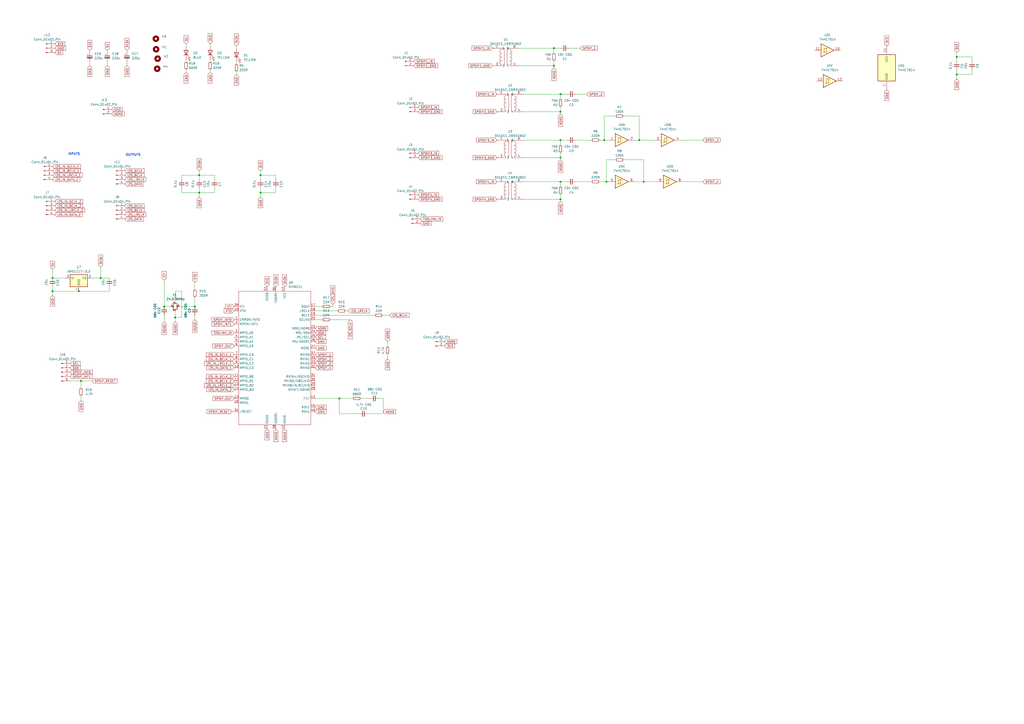
<source format=kicad_sch>
(kicad_sch (version 20231120) (generator "eeschema") (generator_version "8.0")
  (paper "A2")
  (junction (at 351.79 105.41))
  (junction (at 325.12 54.61))
  (junction (at 45.72 168.91))
  (junction (at 370.84 81.28))
  (junction (at 321.31 27.94))
  (junction (at 113.03 177.8))
  (junction (at 95.25 177.8))
  (junction (at 101.6 184.15))
  (junction (at 554.99 33.02))
  (junction (at 325.12 81.28))
  (junction (at 325.12 64.77))
  (junction (at 115.57 111.76))
  (junction (at 58.42 161.29))
  (junction (at 151.13 101.6))
  (junction (at 30.48 161.29))
  (junction (at 321.31 38.1))
  (junction (at 151.13 111.76))
  (junction (at 325.12 105.41))
  (junction (at 196.85 231.14))
  (junction (at 325.12 91.44))
  (junction (at 46.99 220.98))
  (junction (at 30.48 168.91))
  (junction (at 373.38 105.41))
  (junction (at 325.12 115.57))
  (junction (at 554.99 43.18))
  (junction (at 115.57 101.6))
  (junction (at 350.52 81.28))
  (wire (pts (xy 160.02 104.14) (xy 160.02 101.6)))
  (wire (pts (xy 351.79 92.71) (xy 351.79 105.41)))
  (wire (pts (xy 325.12 83.82) (xy 325.12 81.28)))
  (wire (pts (xy 30.48 168.91) (xy 30.48 171.45)))
  (wire (pts (xy 370.84 67.31) (xy 370.84 81.28)))
  (wire (pts (xy 46.99 232.41) (xy 46.99 229.87)))
  (wire (pts (xy 373.38 92.71) (xy 373.38 105.41)))
  (wire (pts (xy 325.12 113.03) (xy 325.12 115.57)))
  (wire (pts (xy 219.71 231.14) (xy 222.25 231.14)))
  (wire (pts (xy 107.95 40.64) (xy 107.95 41.91)))
  (wire (pts (xy 121.92 26.67) (xy 121.92 25.4)))
  (wire (pts (xy 73.66 29.21) (xy 73.66 30.48)))
  (wire (pts (xy 325.12 115.57) (xy 325.12 116.84)))
  (wire (pts (xy 325.12 88.9) (xy 325.12 91.44)))
  (wire (pts (xy 321.31 30.48) (xy 321.31 27.94)))
  (wire (pts (xy 396.24 105.41) (xy 407.67 105.41)))
  (wire (pts (xy 373.38 105.41) (xy 368.3 105.41)))
  (wire (pts (xy 303.53 91.44) (xy 325.12 91.44)))
  (wire (pts (xy 361.95 92.71) (xy 373.38 92.71)))
  (wire (pts (xy 351.79 105.41) (xy 347.98 105.41)))
  (wire (pts (xy 95.25 186.69) (xy 95.25 182.88)))
  (wire (pts (xy 105.41 101.6) (xy 105.41 104.14)))
  (wire (pts (xy 73.66 38.1) (xy 73.66 35.56)))
  (wire (pts (xy 52.07 29.21) (xy 52.07 30.48)))
  (wire (pts (xy 101.6 168.91) (xy 105.41 168.91)))
  (wire (pts (xy 196.85 231.14) (xy 182.88 231.14)))
  (wire (pts (xy 336.55 27.94) (xy 330.2 27.94)))
  (wire (pts (xy 394.97 81.28) (xy 407.67 81.28)))
  (wire (pts (xy 101.6 175.26) (xy 101.6 168.91)))
  (wire (pts (xy 58.42 161.29) (xy 63.5 161.29)))
  (wire (pts (xy 137.16 27.94) (xy 137.16 26.67)))
  (wire (pts (xy 328.93 54.61) (xy 325.12 54.61)))
  (wire (pts (xy 300.99 38.1) (xy 321.31 38.1)))
  (wire (pts (xy 370.84 81.28) (xy 368.3 81.28)))
  (wire (pts (xy 105.41 168.91) (xy 105.41 184.15)))
  (wire (pts (xy 151.13 104.14) (xy 151.13 101.6)))
  (wire (pts (xy 328.93 105.41) (xy 325.12 105.41)))
  (wire (pts (xy 151.13 101.6) (xy 151.13 99.06)))
  (wire (pts (xy 186.69 177.8) (xy 182.88 177.8)))
  (wire (pts (xy 563.88 43.18) (xy 554.99 43.18)))
  (wire (pts (xy 325.12 57.15) (xy 325.12 54.61)))
  (wire (pts (xy 115.57 101.6) (xy 115.57 99.06)))
  (wire (pts (xy 30.48 161.29) (xy 38.1 161.29)))
  (wire (pts (xy 325.12 27.94) (xy 321.31 27.94)))
  (wire (pts (xy 63.5 168.91) (xy 45.72 168.91)))
  (wire (pts (xy 115.57 111.76) (xy 115.57 109.22)))
  (wire (pts (xy 342.9 81.28) (xy 334.01 81.28)))
  (wire (pts (xy 350.52 67.31) (xy 350.52 81.28)))
  (wire (pts (xy 58.42 154.94) (xy 58.42 161.29)))
  (wire (pts (xy 46.99 220.98) (xy 40.64 220.98)))
  (wire (pts (xy 105.41 111.76) (xy 115.57 111.76)))
  (wire (pts (xy 115.57 101.6) (xy 105.41 101.6)))
  (wire (pts (xy 224.79 200.66) (xy 224.79 198.12)))
  (wire (pts (xy 353.06 105.41) (xy 351.79 105.41)))
  (wire (pts (xy 115.57 104.14) (xy 115.57 101.6)))
  (wire (pts (xy 160.02 101.6) (xy 151.13 101.6)))
  (wire (pts (xy 53.34 220.98) (xy 46.99 220.98)))
  (wire (pts (xy 196.85 231.14) (xy 196.85 240.03)))
  (wire (pts (xy 124.46 109.22) (xy 124.46 111.76)))
  (wire (pts (xy 353.06 81.28) (xy 350.52 81.28)))
  (wire (pts (xy 30.48 166.37) (xy 30.48 168.91)))
  (wire (pts (xy 62.23 38.1) (xy 62.23 35.56)))
  (wire (pts (xy 160.02 109.22) (xy 160.02 111.76)))
  (wire (pts (xy 356.87 92.71) (xy 351.79 92.71)))
  (wire (pts (xy 554.99 33.02) (xy 554.99 30.48)))
  (wire (pts (xy 554.99 35.56) (xy 554.99 33.02)))
  (wire (pts (xy 193.04 176.53) (xy 193.04 177.8)))
  (wire (pts (xy 361.95 67.31) (xy 370.84 67.31)))
  (wire (pts (xy 104.14 177.8) (xy 113.03 177.8)))
  (wire (pts (xy 222.25 231.14) (xy 222.25 240.03)))
  (wire (pts (xy 300.99 27.94) (xy 321.31 27.94)))
  (wire (pts (xy 340.36 54.61) (xy 334.01 54.61)))
  (wire (pts (xy 342.9 105.41) (xy 334.01 105.41)))
  (wire (pts (xy 182.88 182.88) (xy 217.17 182.88)))
  (wire (pts (xy 554.99 45.72) (xy 554.99 43.18)))
  (wire (pts (xy 563.88 33.02) (xy 554.99 33.02)))
  (wire (pts (xy 30.48 156.21) (xy 30.48 161.29)))
  (wire (pts (xy 222.25 182.88) (xy 226.06 182.88)))
  (wire (pts (xy 350.52 81.28) (xy 347.98 81.28)))
  (wire (pts (xy 53.34 161.29) (xy 58.42 161.29)))
  (wire (pts (xy 160.02 111.76) (xy 151.13 111.76)))
  (wire (pts (xy 204.47 231.14) (xy 196.85 231.14)))
  (wire (pts (xy 356.87 67.31) (xy 350.52 67.31)))
  (wire (pts (xy 554.99 43.18) (xy 554.99 40.64)))
  (wire (pts (xy 121.92 40.64) (xy 121.92 41.91)))
  (wire (pts (xy 101.6 184.15) (xy 105.41 184.15)))
  (wire (pts (xy 124.46 101.6) (xy 115.57 101.6)))
  (wire (pts (xy 328.93 81.28) (xy 325.12 81.28)))
  (wire (pts (xy 214.63 231.14) (xy 209.55 231.14)))
  (wire (pts (xy 95.25 162.56) (xy 95.25 177.8)))
  (wire (pts (xy 105.41 109.22) (xy 105.41 111.76)))
  (wire (pts (xy 115.57 114.3) (xy 115.57 111.76)))
  (wire (pts (xy 134.62 238.76) (xy 135.89 238.76)))
  (wire (pts (xy 321.31 38.1) (xy 321.31 39.37)))
  (wire (pts (xy 151.13 111.76) (xy 151.13 109.22)))
  (wire (pts (xy 95.25 177.8) (xy 99.06 177.8)))
  (wire (pts (xy 201.93 180.34) (xy 200.66 180.34)))
  (wire (pts (xy 124.46 111.76) (xy 115.57 111.76)))
  (wire (pts (xy 113.03 185.42) (xy 113.03 182.88)))
  (wire (pts (xy 137.16 36.83) (xy 137.16 35.56)))
  (wire (pts (xy 63.5 166.37) (xy 63.5 168.91)))
  (wire (pts (xy 107.95 26.67) (xy 107.95 25.4)))
  (wire (pts (xy 325.12 64.77) (xy 325.12 66.04)))
  (wire (pts (xy 303.53 115.57) (xy 325.12 115.57)))
  (wire (pts (xy 224.79 208.28) (xy 224.79 205.74)))
  (wire (pts (xy 113.03 167.64) (xy 113.03 163.83)))
  (wire (pts (xy 46.99 224.79) (xy 46.99 220.98)))
  (wire (pts (xy 186.69 185.42) (xy 182.88 185.42)))
  (wire (pts (xy 195.58 180.34) (xy 182.88 180.34)))
  (wire (pts (xy 137.16 41.91) (xy 137.16 43.18)))
  (wire (pts (xy 124.46 101.6) (xy 124.46 104.14)))
  (wire (pts (xy 325.12 62.23) (xy 325.12 64.77)))
  (wire (pts (xy 381 105.41) (xy 373.38 105.41)))
  (wire (pts (xy 101.6 186.69) (xy 101.6 184.15)))
  (wire (pts (xy 303.53 105.41) (xy 325.12 105.41)))
  (wire (pts (xy 52.07 38.1) (xy 52.07 35.56)))
  (wire (pts (xy 208.28 240.03) (xy 196.85 240.03)))
  (wire (pts (xy 325.12 91.44) (xy 325.12 92.71)))
  (wire (pts (xy 303.53 81.28) (xy 325.12 81.28)))
  (wire (pts (xy 121.92 35.56) (xy 121.92 34.29)))
  (wire (pts (xy 325.12 107.95) (xy 325.12 105.41)))
  (wire (pts (xy 222.25 240.03) (xy 213.36 240.03)))
  (wire (pts (xy 563.88 35.56) (xy 563.88 33.02)))
  (wire (pts (xy 563.88 40.64) (xy 563.88 43.18)))
  (wire (pts (xy 379.73 81.28) (xy 370.84 81.28)))
  (wire (pts (xy 30.48 168.91) (xy 45.72 168.91)))
  (wire (pts (xy 203.2 185.42) (xy 191.77 185.42)))
  (wire (pts (xy 303.53 64.77) (xy 325.12 64.77)))
  (wire (pts (xy 151.13 114.3) (xy 151.13 111.76)))
  (wire (pts (xy 303.53 54.61) (xy 325.12 54.61)))
  (wire (pts (xy 113.03 172.72) (xy 113.03 177.8)))
  (wire (pts (xy 101.6 184.15) (xy 101.6 180.34)))
  (wire (pts (xy 321.31 35.56) (xy 321.31 38.1)))
  (wire (pts (xy 62.23 29.21) (xy 62.23 30.48)))
  (wire (pts (xy 107.95 35.56) (xy 107.95 34.29)))
  (wire (pts (xy 193.04 177.8) (xy 191.77 177.8)))
  (text "OUTPUTS" (at 77.216 89.916 0) (effects (font (size 1.27 1.27) (thickness 0.254) (bold yes))))
  (text "INPUTS" (at 42.926 89.408 0) (effects (font (size 1.27 1.27) (thickness 0.254) (bold yes))))
  (global_label "I2S_IN_LRCLK_1" (shape input) (at 30.48 101.6 0) (property "Intersheetrefs" "${INTERSHEET_REFS}" (effects (hide yes))))
  (global_label "GND" (shape input) (at 62.23 38.1 270) (property "Intersheetrefs" "${INTERSHEET_REFS}" (effects (hide yes))))
  (global_label "SPDIF_OUT" (shape input) (at 135.89 231.14 180) (property "Intersheetrefs" "${INTERSHEET_REFS}" (effects (hide yes))))
  (global_label "SPDIF_OUT" (shape input) (at 135.89 200.66 180) (property "Intersheetrefs" "${INTERSHEET_REFS}" (effects (hide yes))))
  (global_label "I2S_IN_SCLK_1" (shape input) (at 30.48 96.52 0) (property "Intersheetrefs" "${INTERSHEET_REFS}" (effects (hide yes))))
  (global_label "I2S_IN_DATA_2" (shape input) (at 31.75 124.46 0) (property "Intersheetrefs" "${INTERSHEET_REFS}" (effects (hide yes))))
  (global_label "GND" (shape input) (at 52.07 38.1 270) (property "Intersheetrefs" "${INTERSHEET_REFS}" (effects (hide yes))))
  (global_label "SPDIF_INT1" (shape input) (at 135.89 187.96 180) (property "Intersheetrefs" "${INTERSHEET_REFS}" (effects (hide yes))))
  (global_label "I2S_BCLK" (shape input) (at 72.39 101.6 0) (property "Intersheetrefs" "${INTERSHEET_REFS}" (effects (hide yes))))
  (global_label "I2S_IN_DATA_1" (shape input) (at 135.89 213.36 180) (property "Intersheetrefs" "${INTERSHEET_REFS}" (effects (hide yes))))
  (global_label "SPDIF2_IN" (shape input) (at 288.29 54.61 180) (property "Intersheetrefs" "${INTERSHEET_REFS}" (effects (hide yes))))
  (global_label "TOSLINK_IN" (shape input) (at 243.84 127 0) (property "Intersheetrefs" "${INTERSHEET_REFS}" (effects (hide yes))))
  (global_label "ADR0" (shape input) (at 224.79 198.12 90) (property "Intersheetrefs" "${INTERSHEET_REFS}" (effects (hide yes))))
  (global_label "SPDIF1_IN" (shape input) (at 240.03 35.56 0) (property "Intersheetrefs" "${INTERSHEET_REFS}" (effects (hide yes))))
  (global_label "AGND" (shape input) (at 160.02 248.92 270) (property "Intersheetrefs" "${INTERSHEET_REFS}" (effects (hide yes))))
  (global_label "3V3A" (shape input) (at 115.57 99.06 90) (property "Intersheetrefs" "${INTERSHEET_REFS}" (effects (hide yes))))
  (global_label "I2S_IN_DATA_1" (shape input) (at 30.48 104.14 0) (property "Intersheetrefs" "${INTERSHEET_REFS}" (effects (hide yes))))
  (global_label "I2S_IN_DATA_2" (shape input) (at 135.89 226.06 180) (property "Intersheetrefs" "${INTERSHEET_REFS}" (effects (hide yes))))
  (global_label "AGND" (shape input) (at 325.12 92.71 270) (property "Intersheetrefs" "${INTERSHEET_REFS}" (effects (hide yes))))
  (global_label "GND" (shape input) (at 154.94 248.92 270) (property "Intersheetrefs" "${INTERSHEET_REFS}" (effects (hide yes))))
  (global_label "SDA" (shape input) (at 40.64 213.36 0) (property "Intersheetrefs" "${INTERSHEET_REFS}" (effects (hide yes))))
  (global_label "TOSLINK_IN" (shape input) (at 135.89 193.04 180) (property "Intersheetrefs" "${INTERSHEET_REFS}" (effects (hide yes))))
  (global_label "GND" (shape input) (at 554.99 45.72 270) (property "Intersheetrefs" "${INTERSHEET_REFS}" (effects (hide yes))))
  (global_label "SPDIF_INT1" (shape input) (at 40.64 218.44 0) (property "Intersheetrefs" "${INTERSHEET_REFS}" (effects (hide yes))))
  (global_label "SPDIF_1" (shape input) (at 336.55 27.94 0) (property "Intersheetrefs" "${INTERSHEET_REFS}" (effects (hide yes))))
  (global_label "SPDIF3_IN" (shape input) (at 242.57 88.9 0) (property "Intersheetrefs" "${INTERSHEET_REFS}" (effects (hide yes))))
  (global_label "GND" (shape input) (at 30.48 171.45 270) (property "Intersheetrefs" "${INTERSHEET_REFS}" (effects (hide yes))))
  (global_label "5V" (shape input) (at 62.23 29.21 90) (property "Intersheetrefs" "${INTERSHEET_REFS}" (effects (hide yes))))
  (global_label "XTI" (shape input) (at 95.25 162.56 90) (property "Intersheetrefs" "${INTERSHEET_REFS}" (effects (hide yes))))
  (global_label "I2S_IN_SCLK_2" (shape input) (at 31.75 116.84 0) (property "Intersheetrefs" "${INTERSHEET_REFS}" (effects (hide yes))))
  (global_label "AGND" (shape input) (at 101.6 186.69 270) (property "Intersheetrefs" "${INTERSHEET_REFS}" (effects (hide yes))))
  (global_label "SPDIF_INT0" (shape input) (at 40.64 215.9 0) (property "Intersheetrefs" "${INTERSHEET_REFS}" (effects (hide yes))))
  (global_label "I2S_BCLK" (shape input) (at 72.39 121.92 0) (property "Intersheetrefs" "${INTERSHEET_REFS}" (effects (hide yes))))
  (global_label "3V3" (shape input) (at 514.35 26.67 90) (property "Intersheetrefs" "${INTERSHEET_REFS}" (effects (hide yes))))
  (global_label "3V3" (shape input) (at 31.75 25.4 0) (property "Intersheetrefs" "${INTERSHEET_REFS}" (effects (hide yes))))
  (global_label "SPDIF3_GND" (shape input) (at 288.29 91.44 180) (property "Intersheetrefs" "${INTERSHEET_REFS}" (effects (hide yes))))
  (global_label "SCL" (shape input) (at 182.88 195.58 0) (property "Intersheetrefs" "${INTERSHEET_REFS}" (effects (hide yes))))
  (global_label "AGND" (shape input) (at 321.31 39.37 270) (property "Intersheetrefs" "${INTERSHEET_REFS}" (effects (hide yes))))
  (global_label "ADR0" (shape input) (at 182.88 190.5 0) (property "Intersheetrefs" "${INTERSHEET_REFS}" (effects (hide yes))))
  (global_label "AGND" (shape input) (at 325.12 116.84 270) (property "Intersheetrefs" "${INTERSHEET_REFS}" (effects (hide yes))))
  (global_label "GND" (shape input) (at 64.77 63.5 0) (property "Intersheetrefs" "${INTERSHEET_REFS}" (effects (hide yes))))
  (global_label "SPDIF1_GND" (shape input) (at 240.03 38.1 0) (property "Intersheetrefs" "${INTERSHEET_REFS}" (effects (hide yes))))
  (global_label "AGND" (shape input) (at 165.1 248.92 270) (property "Intersheetrefs" "${INTERSHEET_REFS}" (effects (hide yes))))
  (global_label "SPDIF_3" (shape input) (at 407.67 81.28 0) (property "Intersheetrefs" "${INTERSHEET_REFS}" (effects (hide yes))))
  (global_label "3V3A" (shape input) (at 73.66 29.21 90) (property "Intersheetrefs" "${INTERSHEET_REFS}" (effects (hide yes))))
  (global_label "GND" (shape input) (at 73.66 38.1 270) (property "Intersheetrefs" "${INTERSHEET_REFS}" (effects (hide yes))))
  (global_label "3V3" (shape input) (at 154.94 166.37 90) (property "Intersheetrefs" "${INTERSHEET_REFS}" (effects (hide yes))))
  (global_label "ADR0" (shape input) (at 257.81 198.12 0) (property "Intersheetrefs" "${INTERSHEET_REFS}" (effects (hide yes))))
  (global_label "SPDIF1_GND" (shape input) (at 285.75 38.1 180) (property "Intersheetrefs" "${INTERSHEET_REFS}" (effects (hide yes))))
  (global_label "AGND" (shape input) (at 64.77 66.04 0) (property "Intersheetrefs" "${INTERSHEET_REFS}" (effects (hide yes))))
  (global_label "XTO" (shape input) (at 135.89 180.34 180) (property "Intersheetrefs" "${INTERSHEET_REFS}" (effects (hide yes))))
  (global_label "AGND" (shape input) (at 222.25 238.76 0) (property "Intersheetrefs" "${INTERSHEET_REFS}" (effects (hide yes))))
  (global_label "3V3A" (shape input) (at 137.16 26.67 90) (property "Intersheetrefs" "${INTERSHEET_REFS}" (effects (hide yes))))
  (global_label "I2S_IN_SCLK_1" (shape input) (at 135.89 205.74 180) (property "Intersheetrefs" "${INTERSHEET_REFS}" (effects (hide yes))))
  (global_label "GND" (shape input) (at 107.95 41.91 270) (property "Intersheetrefs" "${INTERSHEET_REFS}" (effects (hide yes))))
  (global_label "I2S_LRCLK" (shape input) (at 72.39 124.46 0) (property "Intersheetrefs" "${INTERSHEET_REFS}" (effects (hide yes))))
  (global_label "SPDIF_3" (shape input) (at 182.88 210.82 0) (property "Intersheetrefs" "${INTERSHEET_REFS}" (effects (hide yes))))
  (global_label "SPDIF2_IN" (shape input) (at 242.57 62.23 0) (property "Intersheetrefs" "${INTERSHEET_REFS}" (effects (hide yes))))
  (global_label "SPDIF_RESET" (shape input) (at 134.62 238.76 180) (property "Intersheetrefs" "${INTERSHEET_REFS}" (effects (hide yes))))
  (global_label "I2S_DATA" (shape input) (at 72.39 127 0) (property "Intersheetrefs" "${INTERSHEET_REFS}" (effects (hide yes))))
  (global_label "SPDIF4_IN" (shape input) (at 288.29 105.41 180) (property "Intersheetrefs" "${INTERSHEET_REFS}" (effects (hide yes))))
  (global_label "AGND" (shape input) (at 325.12 66.04 270) (property "Intersheetrefs" "${INTERSHEET_REFS}" (effects (hide yes))))
  (global_label "SPDIF3_GND" (shape input) (at 242.57 91.44 0) (property "Intersheetrefs" "${INTERSHEET_REFS}" (effects (hide yes))))
  (global_label "3V3" (shape input) (at 257.81 200.66 0) (property "Intersheetrefs" "${INTERSHEET_REFS}" (effects (hide yes))))
  (global_label "AGND" (shape input) (at 113.03 185.42 270) (property "Intersheetrefs" "${INTERSHEET_REFS}" (effects (hide yes))))
  (global_label "5V" (shape input) (at 30.48 156.21 90) (property "Intersheetrefs" "${INTERSHEET_REFS}" (effects (hide yes))))
  (global_label "GND" (shape input) (at 121.92 41.91 270) (property "Intersheetrefs" "${INTERSHEET_REFS}" (effects (hide yes))))
  (global_label "GND" (shape input) (at 31.75 27.94 0) (property "Intersheetrefs" "${INTERSHEET_REFS}" (effects (hide yes))))
  (global_label "I2S_SCLK" (shape input) (at 203.2 185.42 270) (property "Intersheetrefs" "${INTERSHEET_REFS}" (effects (hide yes))))
  (global_label "I2S_IN_LRCLK_1" (shape input) (at 135.89 210.82 180) (property "Intersheetrefs" "${INTERSHEET_REFS}" (effects (hide yes))))
  (global_label "I2S_IN_BCLK_2" (shape input) (at 135.89 220.98 180) (property "Intersheetrefs" "${INTERSHEET_REFS}" (effects (hide yes))))
  (global_label "GND" (shape input) (at 182.88 236.22 0) (property "Intersheetrefs" "${INTERSHEET_REFS}" (effects (hide yes))))
  (global_label "3V3" (shape input) (at 554.99 30.48 90) (property "Intersheetrefs" "${INTERSHEET_REFS}" (effects (hide yes))))
  (global_label "I2S_IN_BCLK_1" (shape input) (at 30.48 99.06 0) (property "Intersheetrefs" "${INTERSHEET_REFS}" (effects (hide yes))))
  (global_label "I2S_IN_BCLK_2" (shape input) (at 31.75 119.38 0) (property "Intersheetrefs" "${INTERSHEET_REFS}" (effects (hide yes))))
  (global_label "SDA" (shape input) (at 182.88 193.04 0) (property "Intersheetrefs" "${INTERSHEET_REFS}" (effects (hide yes))))
  (global_label "3V3A" (shape input) (at 165.1 166.37 90) (property "Intersheetrefs" "${INTERSHEET_REFS}" (effects (hide yes))))
  (global_label "I2S_LRCLK" (shape input) (at 201.93 180.34 0) (property "Intersheetrefs" "${INTERSHEET_REFS}" (effects (hide yes))))
  (global_label "GND" (shape input) (at 182.88 198.12 0) (property "Intersheetrefs" "${INTERSHEET_REFS}" (effects (hide yes))))
  (global_label "SPDIF2_GND" (shape input) (at 288.29 64.77 180) (property "Intersheetrefs" "${INTERSHEET_REFS}" (effects (hide yes))))
  (global_label "AGND" (shape input) (at 95.25 186.69 270) (property "Intersheetrefs" "${INTERSHEET_REFS}" (effects (hide yes))))
  (global_label "SPDIF2_GND" (shape input) (at 242.57 64.77 0) (property "Intersheetrefs" "${INTERSHEET_REFS}" (effects (hide yes))))
  (global_label "I2S_BCLK" (shape input) (at 226.06 182.88 0) (property "Intersheetrefs" "${INTERSHEET_REFS}" (effects (hide yes))))
  (global_label "GND" (shape input) (at 46.99 232.41 270) (property "Intersheetrefs" "${INTERSHEET_REFS}" (effects (hide yes))))
  (global_label "SPDIF4_GND" (shape input) (at 242.57 115.57 0) (property "Intersheetrefs" "${INTERSHEET_REFS}" (effects (hide yes))))
  (global_label "XTI" (shape input) (at 135.89 177.8 180) (property "Intersheetrefs" "${INTERSHEET_REFS}" (effects (hide yes))))
  (global_label "SPDIF_4" (shape input) (at 407.67 105.41 0) (property "Intersheetrefs" "${INTERSHEET_REFS}" (effects (hide yes))))
  (global_label "3V3A" (shape input) (at 58.42 154.94 90) (property "Intersheetrefs" "${INTERSHEET_REFS}" (effects (hide yes))))
  (global_label "I2S_LRCLK" (shape input) (at 72.39 104.14 0) (property "Intersheetrefs" "${INTERSHEET_REFS}" (effects (hide yes))))
  (global_label "3V3" (shape input) (at 121.92 25.4 90) (property "Intersheetrefs" "${INTERSHEET_REFS}" (effects (hide yes))))
  (global_label "GND" (shape input) (at 137.16 43.18 270) (property "Intersheetrefs" "${INTERSHEET_REFS}" (effects (hide yes))))
  (global_label "I2S_IN_SCLK_2" (shape input) (at 135.89 218.44 180) (property "Intersheetrefs" "${INTERSHEET_REFS}" (effects (hide yes))))
  (global_label "GND" (shape input) (at 182.88 238.76 0) (property "Intersheetrefs" "${INTERSHEET_REFS}" (effects (hide yes))))
  (global_label "GND" (shape input) (at 224.79 208.28 270) (property "Intersheetrefs" "${INTERSHEET_REFS}" (effects (hide yes))))
  (global_label "GND" (shape input) (at 182.88 201.93 0) (property "Intersheetrefs" "${INTERSHEET_REFS}" (effects (hide yes))))
  (global_label "3V3" (shape input) (at 151.13 99.06 90) (property "Intersheetrefs" "${INTERSHEET_REFS}" (effects (hide yes))))
  (global_label "I2S_IN_LRCLK_2" (shape input) (at 135.89 223.52 180) (property "Intersheetrefs" "${INTERSHEET_REFS}" (effects (hide yes))))
  (global_label "SPDIF_2" (shape input) (at 340.36 54.61 0) (property "Intersheetrefs" "${INTERSHEET_REFS}" (effects (hide yes))))
  (global_label "5V" (shape input) (at 31.75 30.48 0) (property "Intersheetrefs" "${INTERSHEET_REFS}" (effects (hide yes))))
  (global_label "I2S_DATA" (shape input) (at 72.39 106.68 0) (property "Intersheetrefs" "${INTERSHEET_REFS}" (effects (hide yes))))
  (global_label "SPDIF4_GND" (shape input) (at 288.29 115.57 180) (property "Intersheetrefs" "${INTERSHEET_REFS}" (effects (hide yes))))
  (global_label "SCL" (shape input) (at 40.64 210.82 0) (property "Intersheetrefs" "${INTERSHEET_REFS}" (effects (hide yes))))
  (global_label "GND" (shape input) (at 514.35 52.07 270) (property "Intersheetrefs" "${INTERSHEET_REFS}" (effects (hide yes))))
  (global_label "I2S_SCLK" (shape input) (at 72.39 99.06 0) (property "Intersheetrefs" "${INTERSHEET_REFS}" (effects (hide yes))))
  (global_label "GND" (shape input) (at 243.84 129.54 0) (property "Intersheetrefs" "${INTERSHEET_REFS}" (effects (hide yes))))
  (global_label "3V3" (shape input) (at 52.07 29.21 90) (property "Intersheetrefs" "${INTERSHEET_REFS}" (effects (hide yes))))
  (global_label "I2S_DATA" (shape input) (at 193.04 176.53 90) (property "Intersheetrefs" "${INTERSHEET_REFS}" (effects (hide yes))))
  (global_label "SPDIF3_IN" (shape input) (at 288.29 81.28 180) (property "Intersheetrefs" "${INTERSHEET_REFS}" (effects (hide yes))))
  (global_label "XTO" (shape input) (at 113.03 163.83 90) (property "Intersheetrefs" "${INTERSHEET_REFS}" (effects (hide yes))))
  (global_label "SPDIF_2" (shape input) (at 182.88 208.28 0) (property "Intersheetrefs" "${INTERSHEET_REFS}" (effects (hide yes))))
  (global_label "GND" (shape input) (at 151.13 114.3 270) (property "Intersheetrefs" "${INTERSHEET_REFS}" (effects (hide yes))))
  (global_label "GND" (shape input) (at 115.57 114.3 270) (property "Intersheetrefs" "${INTERSHEET_REFS}" (effects (hide yes))))
  (global_label "SPDIF_INT0" (shape input) (at 135.89 185.42 180) (property "Intersheetrefs" "${INTERSHEET_REFS}" (effects (hide yes))))
  (global_label "SPDIF_4" (shape input) (at 182.88 213.36 0) (property "Intersheetrefs" "${INTERSHEET_REFS}" (effects (hide yes))))
  (global_label "SPDIF1_IN" (shape input) (at 285.75 27.94 180) (property "Intersheetrefs" "${INTERSHEET_REFS}" (effects (hide yes))))
  (global_label "I2S_IN_BCLK_1" (shape input) (at 135.89 208.28 180) (property "Intersheetrefs" "${INTERSHEET_REFS}" (effects (hide yes))))
  (global_label "SPDIF_1" (shape input) (at 182.88 205.74 0) (property "Intersheetrefs" "${INTERSHEET_REFS}" (effects (hide yes))))
  (global_label "5V" (shape input) (at 107.95 25.4 90) (property "Intersheetrefs" "${INTERSHEET_REFS}" (effects (hide yes))))
  (global_label "I2S_SCLK" (shape input) (at 72.39 119.38 0) (property "Intersheetrefs" "${INTERSHEET_REFS}" (effects (hide yes))))
  (global_label "SPDIF_RESET" (shape input) (at 53.34 220.98 0) (property "Intersheetrefs" "${INTERSHEET_REFS}" (effects (hide yes))))
  (global_label "SPDIF4_IN" (shape input) (at 242.57 113.03 0) (property "Intersheetrefs" "${INTERSHEET_REFS}" (effects (hide yes))))
  (global_label "I2S_IN_LRCLK_2" (shape input) (at 31.75 121.92 0) (property "Intersheetrefs" "${INTERSHEET_REFS}" (effects (hide yes))))
  (global_label "3V3A" (shape input) (at 160.02 166.37 90) (property "Intersheetrefs" "${INTERSHEET_REFS}" (effects (hide yes))))
  (symbol (lib_id "Device:R_Small") (at 359.41 92.71 90) (unit 1)
    (property "Reference" "R8" (at 359.41 87.63 90))
    (property "Value" "100K" (at 359.41 90.17 90))
    (property "Footprint" "Resistor_SMD:R_0603_1608Metric_Pad0.98x0.95mm_HandSolder" (effects (hide yes)))
    (property "Description" "Resistor, small symbol" (effects (hide yes)))
    (property "Mouser" "71-CRCW0603-75-E3" (effects (hide yes)))
  )
  (symbol (lib_id "Connector:Conn_01x04_Pin") (at 26.67 119.38 0) (unit 1)
    (property "Reference" "J7" (at 27.305 111.76 0))
    (property "Value" "Conn_01x04_Pin" (at 27.305 114.3 0))
    (property "Footprint" "Connector_JST:JST_PH_B4B-PH-K_1x04_P2.00mm_Vertical" (effects (hide yes)))
    (property "Description" "Generic connector, single row, 01x04, script generated" (effects (hide yes)))
  )
  (symbol (lib_id "Connector:Conn_01x02_Pin") (at 252.73 198.12 0) (unit 1)
    (property "Reference" "J9" (at 253.365 193.04 0))
    (property "Value" "Conn_01x02_Pin" (at 253.365 195.58 0))
    (property "Footprint" "Connector_PinHeader_2.54mm:PinHeader_1x02_P2.54mm_Vertical" (effects (hide yes)))
    (property "Description" "Generic connector, single row, 01x02, script generated" (effects (hide yes)))
  )
  (symbol (lib_id "Regulator_Linear:AMS1117-3.3") (at 45.72 161.29 0) (unit 1)
    (property "Reference" "U7" (at 45.72 154.94 0))
    (property "Value" "AMS1117-3.3" (at 45.72 157.48 0))
    (property "Footprint" "Package_TO_SOT_SMD:SOT-223-3_TabPin2" (effects (hide yes)))
    (property "Datasheet" "http://www.advanced-monolithic.com/pdf/ds1117.pdf" (effects (hide yes)))
    (property "Description" "1A Low Dropout regulator, positive, 3.3V fixed output, SOT-223" (effects (hide yes)))
  )
  (symbol (lib_id "Device:C_Small") (at 105.41 106.68 180) (unit 1)
    (property "Reference" "C8" (at 108.458 106.807 90))
    (property "Value" "0.1u" (at 101.727 106.6737 90))
    (property "Footprint" "Capacitor_SMD:C_0805_2012Metric_Pad1.18x1.45mm_HandSolder" (effects (hide yes)))
    (property "Description" "Unpolarized capacitor, small symbol" (effects (hide yes)))
  )
  (symbol (lib_id "Device:C_Small") (at 217.17 231.14 270) (unit 1)
    (property "Reference" "C11" (at 217.297 228.092 90))
    (property "Value" "68n C0G" (at 217.424 225.806 90))
    (property "Footprint" "Capacitor_SMD:C_0603_1608Metric" (effects (hide yes)))
    (property "Description" "Unpolarized capacitor, small symbol" (effects (hide yes)))
  )
  (symbol (lib_id "Device:C_Small") (at 30.48 163.83 180) (unit 1)
    (property "Reference" "C20" (at 33.528 163.957 90))
    (property "Value" "10u" (at 26.797 163.8237 90))
    (property "Footprint" "Capacitor_SMD:C_1206_3216Metric_Pad1.33x1.80mm_HandSolder" (effects (hide yes)))
    (property "Description" "Unpolarized capacitor, small symbol" (effects (hide yes)))
  )
  (symbol (lib_id "easyeda2kicad:DA101C_C6931652") (at 295.91 110.49 0) (unit 1)
    (property "Reference" "U4" (at 295.9146 100.33 0))
    (property "Value" "DA101C_C6931652" (at 295.9146 102.87 0))
    (property "Footprint" "easyeda2kicad:XFMR-TH_4P-L9.5-W9.0-P5.08-LS10.2_C9900096976" (effects (hide yes)))
    (property "LCSC Part" "C6931652" (effects (hide yes)))
  )
  (symbol (lib_id "Device:R_Small") (at 345.44 81.28 90) (unit 1)
    (property "Reference" "R6" (at 345.44 76.2 90))
    (property "Value" "220R" (at 345.44 78.74 90))
    (property "Footprint" "Resistor_SMD:R_0603_1608Metric_Pad0.98x0.95mm_HandSolder" (effects (hide yes)))
    (property "Description" "Resistor, small symbol" (effects (hide yes)))
    (property "Mouser" "71-CRCW0603-75-E3" (effects (hide yes)))
  )
  (symbol (lib_id "Device:R_Small") (at 224.79 203.2 180) (unit 1)
    (property "Reference" "R12" (at 219.71 203.2 90))
    (property "Value" "4.7K" (at 222.25 203.2 90))
    (property "Footprint" "Resistor_SMD:R_0603_1608Metric" (effects (hide yes)))
    (property "Description" "Resistor, small symbol" (effects (hide yes)))
  )
  (symbol (lib_id "Custom:DIX9211") (at 160.02 248.92 0) (unit 1)
    (property "Reference" "U6" (at 167.2941 163.83 0) (effects (justify left)))
    (property "Value" "DIX9211" (at 167.2941 166.37 0) (effects (justify left)))
    (property "Footprint" "Package_QFP:LQFP-48_7x7mm_P0.5mm" (effects (hide yes)))
    (property "Mouser" "595-DIX9211PTR" (effects (hide yes)))
  )
  (symbol (lib_id "Device:R_Small") (at 113.03 170.18 180) (unit 1)
    (property "Reference" "R10" (at 115.57 168.9099 0) (effects (justify right)))
    (property "Value" "200R" (at 115.57 171.4499 0) (effects (justify right)))
    (property "Footprint" "Resistor_SMD:R_0603_1608Metric" (effects (hide yes)))
    (property "Description" "Resistor, small symbol" (effects (hide yes)))
  )
  (symbol (lib_id "Connector:Conn_01x04_Pin") (at 67.31 101.6 0) (unit 1)
    (property "Reference" "J11" (at 67.945 93.98 0))
    (property "Value" "Conn_01x04_Pin" (at 67.945 96.52 0))
    (property "Footprint" "Connector_JST:JST_PH_B4B-PH-K_1x04_P2.00mm_Vertical" (effects (hide yes)))
    (property "Description" "Generic connector, single row, 01x04, script generated" (effects (hide yes)))
  )
  (symbol (lib_id "Device:LED") (at 137.16 31.75 90) (unit 1)
    (property "Reference" "D1" (at 141.224 32.0675 90) (effects (justify right)))
    (property "Value" "YELLOW" (at 141.224 34.6075 90) (effects (justify right)))
    (property "Footprint" "LED_SMD:LED_0603_1608Metric" (effects (hide yes)))
  )
  (symbol (lib_id "Device:R_Small") (at 325.12 59.69 0) (unit 1)
    (property "Reference" "R2" (at 323.596 60.96 0) (effects (justify right)))
    (property "Value" "75R" (at 323.596 58.42 0) (effects (justify right)))
    (property "Footprint" "Resistor_SMD:R_0603_1608Metric_Pad0.98x0.95mm_HandSolder" (effects (hide yes)))
    (property "Description" "Resistor, small symbol" (effects (hide yes)))
    (property "Mouser" "71-CRCW0603-75-E3" (effects (hide yes)))
  )
  (symbol (lib_id "easyeda2kicad:DA101C_C6931652") (at 295.91 59.69 0) (unit 1)
    (property "Reference" "U2" (at 295.9146 49.53 0))
    (property "Value" "DA101C_C6931652" (at 295.9146 52.07 0))
    (property "Footprint" "easyeda2kicad:XFMR-TH_4P-L9.5-W9.0-P5.08-LS10.2_C9900096976" (effects (hide yes)))
    (property "LCSC Part" "C6931652" (effects (hide yes)))
  )
  (symbol (lib_id "Device:C_Small") (at 554.99 38.1 180) (unit 1)
    (property "Reference" "C5" (at 558.038 38.227 90))
    (property "Value" "0.1u" (at 551.307 38.0937 90))
    (property "Footprint" "Capacitor_SMD:C_0805_2012Metric_Pad1.18x1.45mm_HandSolder" (effects (hide yes)))
    (property "Description" "Unpolarized capacitor, small symbol" (effects (hide yes)))
  )
  (symbol (lib_id "Mechanical:MountingHole") (at 90.424 22.479 0) (unit 1)
    (property "Reference" "H3" (at 93.853 21.209 0) (effects (justify left)))
    (property "Value" "MountingHole" (effects (hide yes)))
    (property "Footprint" "MountingHole:MountingHole_3.2mm_M3_DIN965_Pad_TopOnly" (effects (hide yes)))
    (property "Description" "Mounting Hole without connection" (effects (hide yes)))
  )
  (symbol (lib_id "Device:C_Small") (at 124.46 106.68 180) (unit 1)
    (property "Reference" "C7" (at 127.508 106.807 90))
    (property "Value" "10u" (at 120.777 106.6737 90))
    (property "Footprint" "Capacitor_SMD:C_1206_3216Metric_Pad1.33x1.80mm_HandSolder" (effects (hide yes)))
    (property "Description" "Unpolarized capacitor, small symbol" (effects (hide yes)))
  )
  (symbol (lib_id "Device:R_Small") (at 321.31 33.02 0) (unit 1)
    (property "Reference" "R1" (at 319.786 34.29 0) (effects (justify right)))
    (property "Value" "75R" (at 319.786 31.75 0) (effects (justify right)))
    (property "Footprint" "Resistor_SMD:R_0603_1608Metric_Pad0.98x0.95mm_HandSolder" (effects (hide yes)))
    (property "Description" "Resistor, small symbol" (effects (hide yes)))
    (property "Mouser" "71-CRCW0603-75-E3" (effects (hide yes)))
  )
  (symbol (lib_id "Device:C_Small") (at 151.13 106.68 180) (unit 1)
    (property "Reference" "C14" (at 154.178 106.807 90))
    (property "Value" "0.1u" (at 147.447 106.6737 90))
    (property "Footprint" "Capacitor_SMD:C_0805_2012Metric_Pad1.18x1.45mm_HandSolder" (effects (hide yes)))
    (property "Description" "Unpolarized capacitor, small symbol" (effects (hide yes)))
  )
  (symbol (lib_id "Device:R_Small") (at 189.23 185.42 90) (unit 1)
    (property "Reference" "R13" (at 189.23 180.34 90))
    (property "Value" "22R" (at 189.23 182.88 90))
    (property "Footprint" "Resistor_SMD:R_0603_1608Metric" (effects (hide yes)))
    (property "Description" "Resistor, small symbol" (effects (hide yes)))
  )
  (symbol (lib_id "Device:Crystal_GND24_Small") (at 101.6 177.8 0) (unit 1)
    (property "Reference" "Y1" (at 101.346 171.196 0))
    (property "Value" "24.576MHz" (at 101.854 173.482 0))
    (property "Footprint" "Crystal:Crystal_SMD_SeikoEpson_FA238-4Pin_3.2x2.5mm" (effects (hide yes)))
    (property "Description" "Four pin crystal, GND on pins 2 and 4, small symbol" (effects (hide yes)))
  )
  (symbol (lib_id "Device:R_Small") (at 121.92 38.1 180) (unit 1)
    (property "Reference" "R19" (at 123.444 36.83 0) (effects (justify right)))
    (property "Value" "325R" (at 123.444 39.37 0) (effects (justify right)))
    (property "Footprint" "Resistor_SMD:R_0603_1608Metric_Pad0.98x0.95mm_HandSolder" (effects (hide yes)))
  )
  (symbol (lib_id "Mechanical:MountingHole") (at 91.186 39.878 0) (unit 1)
    (property "Reference" "H4" (at 94.615 38.608 0) (effects (justify left)))
    (property "Value" "MountingHole" (effects (hide yes)))
    (property "Footprint" "MountingHole:MountingHole_3.2mm_M3_DIN965_Pad_TopOnly" (effects (hide yes)))
    (property "Description" "Mounting Hole without connection" (effects (hide yes)))
  )
  (symbol (lib_id "74xx:74HC7014") (at 360.68 81.28 0) (unit 1)
    (property "Reference" "U5" (at 360.68 72.39 0))
    (property "Value" "74HC7014" (at 360.68 74.93 0))
    (property "Footprint" "Package_SO:TSSOP-14_4.4x5mm_P0.65mm" (effects (hide yes)))
    (property "Datasheet" "https://assets.nexperia.com/documents/data-sheet/74HC7014.pdf" (effects (hide yes)))
    (property "Description" "Hex non-inverting buffer with precision Schmitt Trigger inputs, SOIC-14" (effects (hide yes)))
  )
  (symbol (lib_id "Device:R_Small") (at 207.01 231.14 90) (unit 1)
    (property "Reference" "R11" (at 207.01 226.06 90))
    (property "Value" "680R" (at 207.01 228.6 90))
    (property "Footprint" "Resistor_SMD:R_0603_1608Metric" (effects (hide yes)))
    (property "Description" "Resistor, small symbol" (effects (hide yes)))
  )
  (symbol (lib_id "Device:C_Polarized_Small") (at 73.66 33.02 0) (unit 1)
    (property "Reference" "C17" (at 76.327 31.2039 0) (effects (justify left)))
    (property "Value" "220u" (at 76.327 33.7439 0) (effects (justify left)))
    (property "Footprint" "Capacitor_THT:CP_Radial_D6.3mm_P2.50mm" (effects (hide yes)))
    (property "Description" "Polarized capacitor, small symbol" (effects (hide yes)))
  )
  (symbol (lib_id "74xx:74HC7014") (at 388.62 105.41 0) (unit 4)
    (property "Reference" "U5" (at 388.62 96.52 0))
    (property "Value" "74HC7014" (at 388.62 99.06 0))
    (property "Footprint" "Package_SO:TSSOP-14_4.4x5mm_P0.65mm" (effects (hide yes)))
    (property "Datasheet" "https://assets.nexperia.com/documents/data-sheet/74HC7014.pdf" (effects (hide yes)))
    (property "Description" "Hex non-inverting buffer with precision Schmitt Trigger inputs, SOIC-14" (effects (hide yes)))
  )
  (symbol (lib_id "Device:R_Small") (at 137.16 39.37 180) (unit 1)
    (property "Reference" "R5" (at 138.684 38.1 0) (effects (justify right)))
    (property "Value" "325R" (at 138.684 40.64 0) (effects (justify right)))
    (property "Footprint" "Resistor_SMD:R_0603_1608Metric_Pad0.98x0.95mm_HandSolder" (effects (hide yes)))
  )
  (symbol (lib_id "Device:C_Small") (at 115.57 106.68 180) (unit 1)
    (property "Reference" "C13" (at 118.618 106.807 90))
    (property "Value" "0.1u" (at 111.887 106.6737 90))
    (property "Footprint" "Capacitor_SMD:C_0805_2012Metric_Pad1.18x1.45mm_HandSolder" (effects (hide yes)))
    (property "Description" "Unpolarized capacitor, small symbol" (effects (hide yes)))
  )
  (symbol (lib_id "Device:R_Small") (at 198.12 180.34 90) (unit 1)
    (property "Reference" "R15" (at 198.12 175.26 90))
    (property "Value" "22R" (at 198.12 177.8 90))
    (property "Footprint" "Resistor_SMD:R_0603_1608Metric" (effects (hide yes)))
    (property "Description" "Resistor, small symbol" (effects (hide yes)))
  )
  (symbol (lib_id "74xx:74HC7014") (at 360.68 105.41 0) (unit 3)
    (property "Reference" "U5" (at 360.68 96.52 0))
    (property "Value" "74HC7014" (at 360.68 99.06 0))
    (property "Footprint" "Package_SO:TSSOP-14_4.4x5mm_P0.65mm" (effects (hide yes)))
    (property "Datasheet" "https://assets.nexperia.com/documents/data-sheet/74HC7014.pdf" (effects (hide yes)))
    (property "Description" "Hex non-inverting buffer with precision Schmitt Trigger inputs, SOIC-14" (effects (hide yes)))
  )
  (symbol (lib_id "Connector:Conn_01x02_Pin") (at 237.49 113.03 0) (unit 1)
    (property "Reference" "J4" (at 238.125 108.204 0))
    (property "Value" "Conn_01x02_Pin" (at 238.125 110.744 0))
    (property "Footprint" "Connector_JST:JST_XH_B2B-XH-A_1x02_P2.50mm_Vertical" (effects (hide yes)))
    (property "Description" "Generic connector, single row, 01x02, script generated" (effects (hide yes)))
  )
  (symbol (lib_id "Mechanical:MountingHole") (at 90.551 28.575 0) (unit 1)
    (property "Reference" "H1" (at 93.98 27.305 0) (effects (justify left)))
    (property "Value" "MountingHole" (effects (hide yes)))
    (property "Footprint" "MountingHole:MountingHole_3.2mm_M3_DIN965_Pad_TopOnly" (effects (hide yes)))
    (property "Description" "Mounting Hole without connection" (effects (hide yes)))
  )
  (symbol (lib_id "Device:C_Polarized_Small") (at 52.07 33.02 0) (unit 1)
    (property "Reference" "C19" (at 54.737 31.2039 0) (effects (justify left)))
    (property "Value" "220u" (at 54.737 33.7439 0) (effects (justify left)))
    (property "Footprint" "Capacitor_THT:CP_Radial_D6.3mm_P2.50mm" (effects (hide yes)))
    (property "Description" "Polarized capacitor, small symbol" (effects (hide yes)))
  )
  (symbol (lib_id "Device:C_Small") (at 113.03 180.34 0) (unit 1)
    (property "Reference" "C9" (at 109.982 180.213 90))
    (property "Value" "68n C0G" (at 107.696 180.086 90))
    (property "Footprint" "Capacitor_SMD:C_0603_1608Metric" (effects (hide yes)))
    (property "Description" "Unpolarized capacitor, small symbol" (effects (hide yes)))
  )
  (symbol (lib_id "74xx:74HC7014") (at 481.33 46.99 0) (unit 6)
    (property "Reference" "U5" (at 481.33 38.1 0))
    (property "Value" "74HC7014" (at 481.33 40.64 0))
    (property "Footprint" "Package_SO:TSSOP-14_4.4x5mm_P0.65mm" (effects (hide yes)))
    (property "Datasheet" "https://assets.nexperia.com/documents/data-sheet/74HC7014.pdf" (effects (hide yes)))
    (property "Description" "Hex non-inverting buffer with precision Schmitt Trigger inputs, SOIC-14" (effects (hide yes)))
  )
  (symbol (lib_id "Connector:Conn_01x02_Pin") (at 59.69 63.5 0) (unit 1)
    (property "Reference" "J13" (at 60.325 58.039 0))
    (property "Value" "Conn_01x02_Pin" (at 60.325 60.579 0))
    (property "Footprint" "Connector_PinHeader_2.54mm:PinHeader_1x02_P2.54mm_Vertical" (effects (hide yes)))
    (property "Description" "Generic connector, single row, 01x02, script generated" (effects (hide yes)))
  )
  (symbol (lib_id "Device:C_Small") (at 563.88 38.1 180) (unit 1)
    (property "Reference" "C6" (at 566.928 38.227 90))
    (property "Value" "10u" (at 560.197 38.0937 90))
    (property "Footprint" "Capacitor_SMD:C_1206_3216Metric_Pad1.33x1.80mm_HandSolder" (effects (hide yes)))
    (property "Description" "Unpolarized capacitor, small symbol" (effects (hide yes)))
  )
  (symbol (lib_id "Connector:Conn_01x02_Pin") (at 238.76 127 0) (unit 1)
    (property "Reference" "J5" (at 239.395 122.174 0))
    (property "Value" "Conn_01x02_Pin" (at 239.395 124.714 0))
    (property "Footprint" "Connector_JST:JST_XH_B2B-XH-A_1x02_P2.50mm_Vertical" (effects (hide yes)))
    (property "Description" "Generic connector, single row, 01x02, script generated" (effects (hide yes)))
  )
  (symbol (lib_id "Connector:Conn_01x02_Pin") (at 237.49 62.23 0) (unit 1)
    (property "Reference" "J2" (at 238.125 57.404 0))
    (property "Value" "Conn_01x02_Pin" (at 238.125 59.944 0))
    (property "Footprint" "Connector_JST:JST_XH_B2B-XH-A_1x02_P2.50mm_Vertical" (effects (hide yes)))
    (property "Description" "Generic connector, single row, 01x02, script generated" (effects (hide yes)))
  )
  (symbol (lib_id "Device:R_Small") (at 46.99 227.33 180) (unit 1)
    (property "Reference" "R16" (at 49.53 226.0599 0) (effects (justify right)))
    (property "Value" "4.7K" (at 49.53 228.5999 0) (effects (justify right)))
    (property "Footprint" "Resistor_SMD:R_0603_1608Metric" (effects (hide yes)))
    (property "Description" "Resistor, small symbol" (effects (hide yes)))
  )
  (symbol (lib_id "Connector:Conn_01x02_Pin") (at 234.95 35.56 0) (unit 1)
    (property "Reference" "J1" (at 235.585 30.734 0))
    (property "Value" "Conn_01x02_Pin" (at 235.585 33.274 0))
    (property "Footprint" "Connector_JST:JST_XH_B2B-XH-A_1x02_P2.50mm_Vertical" (effects (hide yes)))
    (property "Description" "Generic connector, single row, 01x02, script generated" (effects (hide yes)))
  )
  (symbol (lib_id "Device:R_Small") (at 345.44 105.41 90) (unit 1)
    (property "Reference" "R9" (at 345.44 100.33 90))
    (property "Value" "220R" (at 345.44 102.87 90))
    (property "Footprint" "Resistor_SMD:R_0603_1608Metric_Pad0.98x0.95mm_HandSolder" (effects (hide yes)))
    (property "Description" "Resistor, small symbol" (effects (hide yes)))
    (property "Mouser" "71-CRCW0603-75-E3" (effects (hide yes)))
  )
  (symbol (lib_id "Device:C_Polarized_Small") (at 62.23 33.02 0) (unit 1)
    (property "Reference" "C18" (at 64.897 31.2039 0) (effects (justify left)))
    (property "Value" "220u" (at 64.897 33.7439 0) (effects (justify left)))
    (property "Footprint" "Capacitor_THT:CP_Radial_D6.3mm_P2.50mm" (effects (hide yes)))
    (property "Description" "Polarized capacitor, small symbol" (effects (hide yes)))
  )
  (symbol (lib_id "Device:R_Small") (at 107.95 38.1 180) (unit 1)
    (property "Reference" "R18" (at 109.474 36.83 0) (effects (justify right)))
    (property "Value" "500R" (at 109.474 39.37 0) (effects (justify right)))
    (property "Footprint" "Resistor_SMD:R_0603_1608Metric_Pad0.98x0.95mm_HandSolder" (effects (hide yes)))
  )
  (symbol (lib_id "Connector:Conn_01x03_Pin") (at 26.67 27.94 0) (unit 1)
    (property "Reference" "J12" (at 27.305 20.32 0))
    (property "Value" "Conn_01x03_Pin" (at 27.305 22.86 0))
    (property "Footprint" "Connector_JST:JST_PH_B3B-PH-K_1x03_P2.00mm_Vertical" (effects (hide yes)))
    (property "Description" "Generic connector, single row, 01x03, script generated" (effects (hide yes)))
  )
  (symbol (lib_id "Device:C_Small") (at 63.5 163.83 180) (unit 1)
    (property "Reference" "C16" (at 66.548 163.957 90))
    (property "Value" "10u" (at 59.817 163.8237 90))
    (property "Footprint" "Capacitor_SMD:C_1206_3216Metric_Pad1.33x1.80mm_HandSolder" (effects (hide yes)))
    (property "Description" "Unpolarized capacitor, small symbol" (effects (hide yes)))
  )
  (symbol (lib_id "Connector:Conn_01x02_Pin") (at 237.49 88.9 0) (unit 1)
    (property "Reference" "J3" (at 238.125 84.074 0))
    (property "Value" "Conn_01x02_Pin" (at 238.125 86.614 0))
    (property "Footprint" "Connector_JST:JST_XH_B2B-XH-A_1x02_P2.50mm_Vertical" (effects (hide yes)))
    (property "Description" "Generic connector, single row, 01x02, script generated" (effects (hide yes)))
  )
  (symbol (lib_id "74xx:74HC7014") (at 387.35 81.28 0) (unit 2)
    (property "Reference" "U5" (at 387.35 72.39 0))
    (property "Value" "74HC7014" (at 387.35 74.93 0))
    (property "Footprint" "Package_SO:TSSOP-14_4.4x5mm_P0.65mm" (effects (hide yes)))
    (property "Datasheet" "https://assets.nexperia.com/documents/data-sheet/74HC7014.pdf" (effects (hide yes)))
    (property "Description" "Hex non-inverting buffer with precision Schmitt Trigger inputs, SOIC-14" (effects (hide yes)))
  )
  (symbol (lib_id "Connector:Conn_01x04_Pin") (at 67.31 121.92 0) (unit 1)
    (property "Reference" "J8" (at 67.945 114.3 0))
    (property "Value" "Conn_01x04_Pin" (at 67.945 116.84 0))
    (property "Footprint" "Connector_PinHeader_2.54mm:PinHeader_1x04_P2.54mm_Vertical" (effects (hide yes)))
    (property "Description" "Generic connector, single row, 01x04, script generated" (effects (hide yes)))
  )
  (symbol (lib_id "Device:C_Small") (at 331.47 81.28 270) (unit 1)
    (property "Reference" "C3" (at 331.4637 87.503 90))
    (property "Value" "10n C0G" (at 331.4637 84.963 90))
    (property "Footprint" "Capacitor_SMD:C_0805_2012Metric_Pad1.18x1.45mm_HandSolder" (effects (hide yes)))
    (property "Description" "Unpolarized capacitor, small symbol" (effects (hide yes)))
    (property "Mouser" "791-0805N103G250CT" (effects (hide yes)))
  )
  (symbol (lib_id "easyeda2kicad:DA101C_C6931652") (at 293.37 33.02 0) (unit 1)
    (property "Reference" "U1" (at 293.3746 22.86 0))
    (property "Value" "DA101C_C6931652" (at 293.3746 25.4 0))
    (property "Footprint" "easyeda2kicad:XFMR-TH_4P-L9.5-W9.0-P5.08-LS10.2_C9900096976" (effects (hide yes)))
    (property "LCSC Part" "C6931652" (effects (hide yes)))
  )
  (symbol (lib_id "Device:LED") (at 121.92 30.48 90) (unit 1)
    (property "Reference" "D3" (at 125.984 30.7975 90) (effects (justify right)))
    (property "Value" "YELLOW" (at 125.984 33.3375 90) (effects (justify right)))
    (property "Footprint" "LED_SMD:LED_0603_1608Metric" (effects (hide yes)))
  )
  (symbol (lib_id "Device:R_Small") (at 189.23 177.8 90) (unit 1)
    (property "Reference" "R17" (at 189.23 172.72 90))
    (property "Value" "22R" (at 189.23 175.26 90))
    (property "Footprint" "Resistor_SMD:R_0603_1608Metric" (effects (hide yes)))
    (property "Description" "Resistor, small symbol" (effects (hide yes)))
  )
  (symbol (lib_id "Connector:Conn_01x05_Pin") (at 35.56 215.9 0) (unit 1)
    (property "Reference" "J10" (at 36.195 205.74 0))
    (property "Value" "Conn_01x05_Pin" (at 36.195 208.28 0))
    (property "Footprint" "Connector_JST:JST_PH_B5B-PH-K_1x05_P2.00mm_Vertical" (effects (hide yes)))
    (property "Description" "Generic connector, single row, 01x05, script generated" (effects (hide yes)))
  )
  (symbol (lib_id "Connector:Conn_01x04_Pin") (at 25.4 99.06 0) (unit 1)
    (property "Reference" "J6" (at 26.035 91.44 0))
    (property "Value" "Conn_01x04_Pin" (at 26.035 93.98 0))
    (property "Footprint" "Connector_JST:JST_PH_B4B-PH-K_1x04_P2.00mm_Vertical" (effects (hide yes)))
    (property "Description" "Generic connector, single row, 01x04, script generated" (effects (hide yes)))
  )
  (symbol (lib_id "Device:R_Small") (at 219.71 182.88 90) (unit 1)
    (property "Reference" "R14" (at 219.71 177.8 90))
    (property "Value" "22R" (at 219.71 180.34 90))
    (property "Footprint" "Resistor_SMD:R_0603_1608Metric" (effects (hide yes)))
    (property "Description" "Resistor, small symbol" (effects (hide yes)))
  )
  (symbol (lib_id "Device:R_Small") (at 359.41 67.31 90) (unit 1)
    (property "Reference" "R7" (at 359.41 62.23 90))
    (property "Value" "100K" (at 359.41 64.77 90))
    (property "Footprint" "Resistor_SMD:R_0603_1608Metric_Pad0.98x0.95mm_HandSolder" (effects (hide yes)))
    (property "Description" "Resistor, small symbol" (effects (hide yes)))
    (property "Mouser" "71-CRCW0603-75-E3" (effects (hide yes)))
  )
  (symbol (lib_id "Device:C_Small") (at 95.25 180.34 0) (unit 1)
    (property "Reference" "C12" (at 92.202 180.213 90))
    (property "Value" "68n C0G" (at 89.916 180.086 90))
    (property "Footprint" "Capacitor_SMD:C_0603_1608Metric" (effects (hide yes)))
    (property "Description" "Unpolarized capacitor, small symbol" (effects (hide yes)))
  )
  (symbol (lib_id "Device:C_Small") (at 327.66 27.94 270) (unit 1)
    (property "Reference" "C1" (at 327.6537 34.163 90))
    (property "Value" "10n C0G" (at 327.6537 31.623 90))
    (property "Footprint" "Capacitor_SMD:C_0805_2012Metric_Pad1.18x1.45mm_HandSolder" (effects (hide yes)))
    (property "Description" "Unpolarized capacitor, small symbol" (effects (hide yes)))
    (property "Mouser" "791-0805N103G250CT" (effects (hide yes)))
  )
  (symbol (lib_id "Device:C_Small") (at 331.47 54.61 270) (unit 1)
    (property "Reference" "C2" (at 331.4637 60.833 90))
    (property "Value" "10n C0G" (at 331.4637 58.293 90))
    (property "Footprint" "Capacitor_SMD:C_0805_2012Metric_Pad1.18x1.45mm_HandSolder" (effects (hide yes)))
    (property "Description" "Unpolarized capacitor, small symbol" (effects (hide yes)))
    (property "Mouser" "791-0805N103G250CT" (effects (hide yes)))
  )
  (symbol (lib_id "Device:C_Small") (at 331.47 105.41 270) (unit 1)
    (property "Reference" "C4" (at 331.4637 111.633 90))
    (property "Value" "10n C0G" (at 331.4637 109.093 90))
    (property "Footprint" "Capacitor_SMD:C_0805_2012Metric_Pad1.18x1.45mm_HandSolder" (effects (hide yes)))
    (property "Description" "Unpolarized capacitor, small symbol" (effects (hide yes)))
    (property "Mouser" "791-0805N103G250CT" (effects (hide yes)))
  )
  (symbol (lib_id "74xx:74HC7014") (at 514.35 39.37 0) (unit 7)
    (property "Reference" "U5" (at 520.7 38.0999 0) (effects (justify left)))
    (property "Value" "74HC7014" (at 520.7 40.6399 0) (effects (justify left)))
    (property "Footprint" "Package_SO:TSSOP-14_4.4x5mm_P0.65mm" (effects (hide yes)))
    (property "Datasheet" "https://assets.nexperia.com/documents/data-sheet/74HC7014.pdf" (effects (hide yes)))
    (property "Description" "Hex non-inverting buffer with precision Schmitt Trigger inputs, SOIC-14" (effects (hide yes)))
  )
  (symbol (lib_id "Device:C_Small") (at 160.02 106.68 180) (unit 1)
    (property "Reference" "C15" (at 163.068 106.807 90))
    (property "Value" "10u" (at 156.337 106.6737 90))
    (property "Footprint" "Capacitor_SMD:C_1206_3216Metric_Pad1.33x1.80mm_HandSolder" (effects (hide yes)))
    (property "Description" "Unpolarized capacitor, small symbol" (effects (hide yes)))
  )
  (symbol (lib_id "Device:R_Small") (at 325.12 110.49 0) (unit 1)
    (property "Reference" "R4" (at 323.596 111.76 0) (effects (justify right)))
    (property "Value" "75R" (at 323.596 109.22 0) (effects (justify right)))
    (property "Footprint" "Resistor_SMD:R_0603_1608Metric_Pad0.98x0.95mm_HandSolder" (effects (hide yes)))
    (property "Description" "Resistor, small symbol" (effects (hide yes)))
    (property "Mouser" "71-CRCW0603-75-E3" (effects (hide yes)))
  )
  (symbol (lib_id "74xx:74HC7014") (at 480.06 29.21 0) (unit 5)
    (property "Reference" "U5" (at 480.06 20.32 0))
    (property "Value" "74HC7014" (at 480.06 22.86 0))
    (property "Footprint" "Package_SO:TSSOP-14_4.4x5mm_P0.65mm" (effects (hide yes)))
    (property "Datasheet" "https://assets.nexperia.com/documents/data-sheet/74HC7014.pdf" (effects (hide yes)))
    (property "Description" "Hex non-inverting buffer with precision Schmitt Trigger inputs, SOIC-14" (effects (hide yes)))
  )
  (symbol (lib_id "easyeda2kicad:DA101C_C6931652") (at 295.91 86.36 0) (unit 1)
    (property "Reference" "U3" (at 295.9146 76.2 0))
    (property "Value" "DA101C_C6931652" (at 295.9146 78.74 0))
    (property "Footprint" "easyeda2kicad:XFMR-TH_4P-L9.5-W9.0-P5.08-LS10.2_C9900096976" (effects (hide yes)))
    (property "LCSC Part" "C6931652" (effects (hide yes)))
  )
  (symbol (lib_id "Device:LED") (at 107.95 30.48 90) (unit 1)
    (property "Reference" "D2" (at 112.014 30.7975 90) (effects (justify right)))
    (property "Value" "BLUE" (at 112.014 33.3375 90) (effects (justify right)))
    (property "Footprint" "LED_SMD:LED_0603_1608Metric" (effects (hide yes)))
  )
  (symbol (lib_id "Device:C_Small") (at 210.82 240.03 270) (unit 1)
    (property "Reference" "C10" (at 210.947 236.982 90))
    (property "Value" "4.7n C0G" (at 211.074 234.696 90))
    (property "Footprint" "Capacitor_SMD:C_0603_1608Metric" (effects (hide yes)))
    (property "Description" "Unpolarized capacitor, small symbol" (effects (hide yes)))
  )
  (symbol (lib_id "Device:R_Small") (at 325.12 86.36 0) (unit 1)
    (property "Reference" "R3" (at 323.596 87.63 0) (effects (justify right)))
    (property "Value" "75R" (at 323.596 85.09 0) (effects (justify right)))
    (property "Footprint" "Resistor_SMD:R_0603_1608Metric_Pad0.98x0.95mm_HandSolder" (effects (hide yes)))
    (property "Description" "Resistor, small symbol" (effects (hide yes)))
    (property "Mouser" "71-CRCW0603-75-E3" (effects (hide yes)))
  )
  (symbol (lib_id "Mechanical:MountingHole") (at 91.44 34.036 0) (unit 1)
    (property "Reference" "H2" (at 94.869 32.766 0) (effects (justify left)))
    (property "Value" "MountingHole" (effects (hide yes)))
    (property "Footprint" "MountingHole:MountingHole_3.2mm_M3_DIN965_Pad_TopOnly" (effects (hide yes)))
    (property "Description" "Mounting Hole without connection" (effects (hide yes)))
  )
)
</source>
